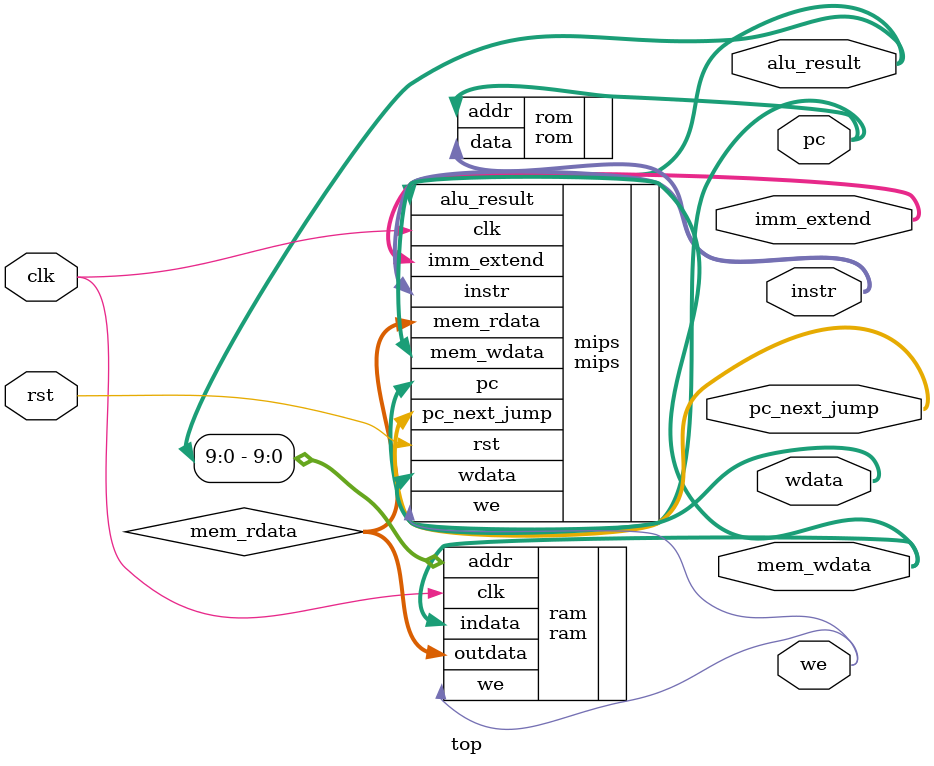
<source format=v>
`timescale 1ns / 1ps


module top(
    input wire clk,rst,
    output wire [31:0] pc,instr,mem_wdata,imm_extend,alu_result,wdata,pc_next_jump,
    output we
    );

wire [31:0] mem_rdata;
mips mips(
    .clk(clk),
    .rst(rst),
    .we(we),
    .pc(pc),
    .alu_result(alu_result),
    .mem_wdata(mem_wdata),
    .imm_extend(imm_extend),
    .pc_next_jump(pc_next_jump),
    .wdata(wdata),
    .instr(instr),
    .mem_rdata(mem_rdata)
);

rom rom(
    .addr(pc),
    .data(instr)
);

ram ram(
    .clk(clk),
    .we(we),
    .addr(alu_result[9:0]),
    .indata(mem_wdata),
    .outdata(mem_rdata)
);
endmodule

</source>
